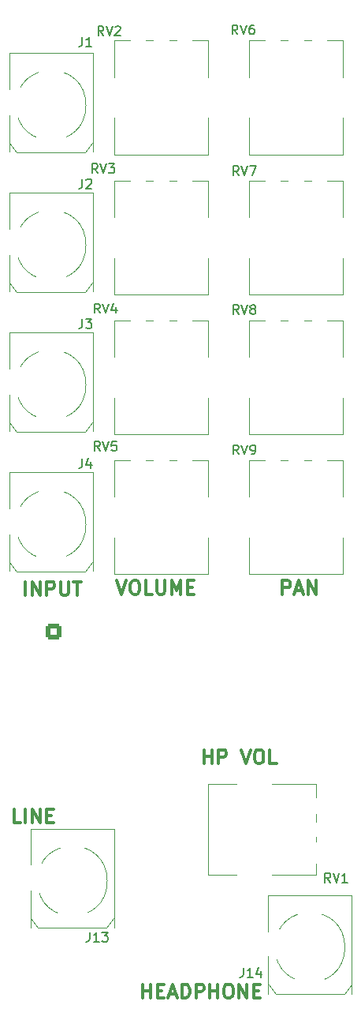
<source format=gto>
G04 #@! TF.GenerationSoftware,KiCad,Pcbnew,6.0.5-a6ca702e91~116~ubuntu22.04.1*
G04 #@! TF.CreationDate,2022-06-02T14:51:50-07:00*
G04 #@! TF.ProjectId,HEAR,48454152-2e6b-4696-9361-645f70636258,2.1*
G04 #@! TF.SameCoordinates,Original*
G04 #@! TF.FileFunction,Legend,Top*
G04 #@! TF.FilePolarity,Positive*
%FSLAX46Y46*%
G04 Gerber Fmt 4.6, Leading zero omitted, Abs format (unit mm)*
G04 Created by KiCad (PCBNEW 6.0.5-a6ca702e91~116~ubuntu22.04.1) date 2022-06-02 14:51:50*
%MOMM*%
%LPD*%
G01*
G04 APERTURE LIST*
G04 Aperture macros list*
%AMRoundRect*
0 Rectangle with rounded corners*
0 $1 Rounding radius*
0 $2 $3 $4 $5 $6 $7 $8 $9 X,Y pos of 4 corners*
0 Add a 4 corners polygon primitive as box body*
4,1,4,$2,$3,$4,$5,$6,$7,$8,$9,$2,$3,0*
0 Add four circle primitives for the rounded corners*
1,1,$1+$1,$2,$3*
1,1,$1+$1,$4,$5*
1,1,$1+$1,$6,$7*
1,1,$1+$1,$8,$9*
0 Add four rect primitives between the rounded corners*
20,1,$1+$1,$2,$3,$4,$5,0*
20,1,$1+$1,$4,$5,$6,$7,0*
20,1,$1+$1,$6,$7,$8,$9,0*
20,1,$1+$1,$8,$9,$2,$3,0*%
G04 Aperture macros list end*
%ADD10C,0.300000*%
%ADD11C,0.150000*%
%ADD12C,0.120000*%
%ADD13O,3.300000X2.000000*%
%ADD14O,2.000000X3.300000*%
%ADD15C,4.000000*%
%ADD16C,1.800000*%
%ADD17O,3.240000X2.720000*%
%ADD18R,1.800000X1.800000*%
%ADD19RoundRect,0.250000X-0.600000X0.600000X-0.600000X-0.600000X0.600000X-0.600000X0.600000X0.600000X0*%
%ADD20C,1.700000*%
%ADD21R,1.700000X1.700000*%
%ADD22O,1.700000X1.700000*%
%ADD23C,1.600000*%
%ADD24O,1.600000X1.600000*%
G04 APERTURE END LIST*
D10*
X16422857Y-112184571D02*
X15708571Y-112184571D01*
X15708571Y-110684571D01*
X16922857Y-112184571D02*
X16922857Y-110684571D01*
X17637142Y-112184571D02*
X17637142Y-110684571D01*
X18494285Y-112184571D01*
X18494285Y-110684571D01*
X19208571Y-111398857D02*
X19708571Y-111398857D01*
X19922857Y-112184571D02*
X19208571Y-112184571D01*
X19208571Y-110684571D01*
X19922857Y-110684571D01*
X26773714Y-86173571D02*
X27273714Y-87673571D01*
X27773714Y-86173571D01*
X28559428Y-86173571D02*
X28845142Y-86173571D01*
X28988000Y-86245000D01*
X29130857Y-86387857D01*
X29202285Y-86673571D01*
X29202285Y-87173571D01*
X29130857Y-87459285D01*
X28988000Y-87602142D01*
X28845142Y-87673571D01*
X28559428Y-87673571D01*
X28416571Y-87602142D01*
X28273714Y-87459285D01*
X28202285Y-87173571D01*
X28202285Y-86673571D01*
X28273714Y-86387857D01*
X28416571Y-86245000D01*
X28559428Y-86173571D01*
X30559428Y-87673571D02*
X29845142Y-87673571D01*
X29845142Y-86173571D01*
X31059428Y-86173571D02*
X31059428Y-87387857D01*
X31130857Y-87530714D01*
X31202285Y-87602142D01*
X31345142Y-87673571D01*
X31630857Y-87673571D01*
X31773714Y-87602142D01*
X31845142Y-87530714D01*
X31916571Y-87387857D01*
X31916571Y-86173571D01*
X32630857Y-87673571D02*
X32630857Y-86173571D01*
X33130857Y-87245000D01*
X33630857Y-86173571D01*
X33630857Y-87673571D01*
X34345142Y-86887857D02*
X34845142Y-86887857D01*
X35059428Y-87673571D02*
X34345142Y-87673571D01*
X34345142Y-86173571D01*
X35059428Y-86173571D01*
X36092285Y-105834571D02*
X36092285Y-104334571D01*
X36092285Y-105048857D02*
X36949428Y-105048857D01*
X36949428Y-105834571D02*
X36949428Y-104334571D01*
X37663714Y-105834571D02*
X37663714Y-104334571D01*
X38235142Y-104334571D01*
X38378000Y-104406000D01*
X38449428Y-104477428D01*
X38520857Y-104620285D01*
X38520857Y-104834571D01*
X38449428Y-104977428D01*
X38378000Y-105048857D01*
X38235142Y-105120285D01*
X37663714Y-105120285D01*
X40092285Y-104334571D02*
X40592285Y-105834571D01*
X41092285Y-104334571D01*
X41878000Y-104334571D02*
X42163714Y-104334571D01*
X42306571Y-104406000D01*
X42449428Y-104548857D01*
X42520857Y-104834571D01*
X42520857Y-105334571D01*
X42449428Y-105620285D01*
X42306571Y-105763142D01*
X42163714Y-105834571D01*
X41878000Y-105834571D01*
X41735142Y-105763142D01*
X41592285Y-105620285D01*
X41520857Y-105334571D01*
X41520857Y-104834571D01*
X41592285Y-104548857D01*
X41735142Y-104406000D01*
X41878000Y-104334571D01*
X43878000Y-105834571D02*
X43163714Y-105834571D01*
X43163714Y-104334571D01*
X29528285Y-130980571D02*
X29528285Y-129480571D01*
X29528285Y-130194857D02*
X30385428Y-130194857D01*
X30385428Y-130980571D02*
X30385428Y-129480571D01*
X31099714Y-130194857D02*
X31599714Y-130194857D01*
X31814000Y-130980571D02*
X31099714Y-130980571D01*
X31099714Y-129480571D01*
X31814000Y-129480571D01*
X32385428Y-130552000D02*
X33099714Y-130552000D01*
X32242571Y-130980571D02*
X32742571Y-129480571D01*
X33242571Y-130980571D01*
X33742571Y-130980571D02*
X33742571Y-129480571D01*
X34099714Y-129480571D01*
X34314000Y-129552000D01*
X34456857Y-129694857D01*
X34528285Y-129837714D01*
X34599714Y-130123428D01*
X34599714Y-130337714D01*
X34528285Y-130623428D01*
X34456857Y-130766285D01*
X34314000Y-130909142D01*
X34099714Y-130980571D01*
X33742571Y-130980571D01*
X35242571Y-130980571D02*
X35242571Y-129480571D01*
X35814000Y-129480571D01*
X35956857Y-129552000D01*
X36028285Y-129623428D01*
X36099714Y-129766285D01*
X36099714Y-129980571D01*
X36028285Y-130123428D01*
X35956857Y-130194857D01*
X35814000Y-130266285D01*
X35242571Y-130266285D01*
X36742571Y-130980571D02*
X36742571Y-129480571D01*
X36742571Y-130194857D02*
X37599714Y-130194857D01*
X37599714Y-130980571D02*
X37599714Y-129480571D01*
X38599714Y-129480571D02*
X38885428Y-129480571D01*
X39028285Y-129552000D01*
X39171142Y-129694857D01*
X39242571Y-129980571D01*
X39242571Y-130480571D01*
X39171142Y-130766285D01*
X39028285Y-130909142D01*
X38885428Y-130980571D01*
X38599714Y-130980571D01*
X38456857Y-130909142D01*
X38314000Y-130766285D01*
X38242571Y-130480571D01*
X38242571Y-129980571D01*
X38314000Y-129694857D01*
X38456857Y-129552000D01*
X38599714Y-129480571D01*
X39885428Y-130980571D02*
X39885428Y-129480571D01*
X40742571Y-130980571D01*
X40742571Y-129480571D01*
X41456857Y-130194857D02*
X41956857Y-130194857D01*
X42171142Y-130980571D02*
X41456857Y-130980571D01*
X41456857Y-129480571D01*
X42171142Y-129480571D01*
X44533571Y-87673571D02*
X44533571Y-86173571D01*
X45105000Y-86173571D01*
X45247857Y-86245000D01*
X45319285Y-86316428D01*
X45390714Y-86459285D01*
X45390714Y-86673571D01*
X45319285Y-86816428D01*
X45247857Y-86887857D01*
X45105000Y-86959285D01*
X44533571Y-86959285D01*
X45962142Y-87245000D02*
X46676428Y-87245000D01*
X45819285Y-87673571D02*
X46319285Y-86173571D01*
X46819285Y-87673571D01*
X47319285Y-87673571D02*
X47319285Y-86173571D01*
X48176428Y-87673571D01*
X48176428Y-86173571D01*
X16919142Y-87800571D02*
X16919142Y-86300571D01*
X17633428Y-87800571D02*
X17633428Y-86300571D01*
X18490571Y-87800571D01*
X18490571Y-86300571D01*
X19204857Y-87800571D02*
X19204857Y-86300571D01*
X19776285Y-86300571D01*
X19919142Y-86372000D01*
X19990571Y-86443428D01*
X20062000Y-86586285D01*
X20062000Y-86800571D01*
X19990571Y-86943428D01*
X19919142Y-87014857D01*
X19776285Y-87086285D01*
X19204857Y-87086285D01*
X20704857Y-86300571D02*
X20704857Y-87514857D01*
X20776285Y-87657714D01*
X20847714Y-87729142D01*
X20990571Y-87800571D01*
X21276285Y-87800571D01*
X21419142Y-87729142D01*
X21490571Y-87657714D01*
X21562000Y-87514857D01*
X21562000Y-86300571D01*
X22062000Y-86300571D02*
X22919142Y-86300571D01*
X22490571Y-87800571D02*
X22490571Y-86300571D01*
D11*
X23034666Y-43140380D02*
X23034666Y-43854666D01*
X22987047Y-43997523D01*
X22891809Y-44092761D01*
X22748952Y-44140380D01*
X22653714Y-44140380D01*
X23463238Y-43235619D02*
X23510857Y-43188000D01*
X23606095Y-43140380D01*
X23844190Y-43140380D01*
X23939428Y-43188000D01*
X23987047Y-43235619D01*
X24034666Y-43330857D01*
X24034666Y-43426095D01*
X23987047Y-43568952D01*
X23415619Y-44140380D01*
X24034666Y-44140380D01*
X39842761Y-72643380D02*
X39509428Y-72167190D01*
X39271333Y-72643380D02*
X39271333Y-71643380D01*
X39652285Y-71643380D01*
X39747523Y-71691000D01*
X39795142Y-71738619D01*
X39842761Y-71833857D01*
X39842761Y-71976714D01*
X39795142Y-72071952D01*
X39747523Y-72119571D01*
X39652285Y-72167190D01*
X39271333Y-72167190D01*
X40128476Y-71643380D02*
X40461809Y-72643380D01*
X40795142Y-71643380D01*
X41176095Y-72643380D02*
X41366571Y-72643380D01*
X41461809Y-72595761D01*
X41509428Y-72548142D01*
X41604666Y-72405285D01*
X41652285Y-72214809D01*
X41652285Y-71833857D01*
X41604666Y-71738619D01*
X41557047Y-71691000D01*
X41461809Y-71643380D01*
X41271333Y-71643380D01*
X41176095Y-71691000D01*
X41128476Y-71738619D01*
X41080857Y-71833857D01*
X41080857Y-72071952D01*
X41128476Y-72167190D01*
X41176095Y-72214809D01*
X41271333Y-72262428D01*
X41461809Y-72262428D01*
X41557047Y-72214809D01*
X41604666Y-72167190D01*
X41652285Y-72071952D01*
X23034666Y-27900380D02*
X23034666Y-28614666D01*
X22987047Y-28757523D01*
X22891809Y-28852761D01*
X22748952Y-28900380D01*
X22653714Y-28900380D01*
X24034666Y-28900380D02*
X23463238Y-28900380D01*
X23748952Y-28900380D02*
X23748952Y-27900380D01*
X23653714Y-28043238D01*
X23558476Y-28138476D01*
X23463238Y-28186095D01*
X23034666Y-58126380D02*
X23034666Y-58840666D01*
X22987047Y-58983523D01*
X22891809Y-59078761D01*
X22748952Y-59126380D01*
X22653714Y-59126380D01*
X23415619Y-58126380D02*
X24034666Y-58126380D01*
X23701333Y-58507333D01*
X23844190Y-58507333D01*
X23939428Y-58554952D01*
X23987047Y-58602571D01*
X24034666Y-58697809D01*
X24034666Y-58935904D01*
X23987047Y-59031142D01*
X23939428Y-59078761D01*
X23844190Y-59126380D01*
X23558476Y-59126380D01*
X23463238Y-59078761D01*
X23415619Y-59031142D01*
X25320761Y-27728380D02*
X24987428Y-27252190D01*
X24749333Y-27728380D02*
X24749333Y-26728380D01*
X25130285Y-26728380D01*
X25225523Y-26776000D01*
X25273142Y-26823619D01*
X25320761Y-26918857D01*
X25320761Y-27061714D01*
X25273142Y-27156952D01*
X25225523Y-27204571D01*
X25130285Y-27252190D01*
X24749333Y-27252190D01*
X25606476Y-26728380D02*
X25939809Y-27728380D01*
X26273142Y-26728380D01*
X26558857Y-26823619D02*
X26606476Y-26776000D01*
X26701714Y-26728380D01*
X26939809Y-26728380D01*
X27035047Y-26776000D01*
X27082666Y-26823619D01*
X27130285Y-26918857D01*
X27130285Y-27014095D01*
X27082666Y-27156952D01*
X26511238Y-27728380D01*
X27130285Y-27728380D01*
X39842761Y-42742380D02*
X39509428Y-42266190D01*
X39271333Y-42742380D02*
X39271333Y-41742380D01*
X39652285Y-41742380D01*
X39747523Y-41790000D01*
X39795142Y-41837619D01*
X39842761Y-41932857D01*
X39842761Y-42075714D01*
X39795142Y-42170952D01*
X39747523Y-42218571D01*
X39652285Y-42266190D01*
X39271333Y-42266190D01*
X40128476Y-41742380D02*
X40461809Y-42742380D01*
X40795142Y-41742380D01*
X41033238Y-41742380D02*
X41699904Y-41742380D01*
X41271333Y-42742380D01*
X39842761Y-57629380D02*
X39509428Y-57153190D01*
X39271333Y-57629380D02*
X39271333Y-56629380D01*
X39652285Y-56629380D01*
X39747523Y-56677000D01*
X39795142Y-56724619D01*
X39842761Y-56819857D01*
X39842761Y-56962714D01*
X39795142Y-57057952D01*
X39747523Y-57105571D01*
X39652285Y-57153190D01*
X39271333Y-57153190D01*
X40128476Y-56629380D02*
X40461809Y-57629380D01*
X40795142Y-56629380D01*
X41271333Y-57057952D02*
X41176095Y-57010333D01*
X41128476Y-56962714D01*
X41080857Y-56867476D01*
X41080857Y-56819857D01*
X41128476Y-56724619D01*
X41176095Y-56677000D01*
X41271333Y-56629380D01*
X41461809Y-56629380D01*
X41557047Y-56677000D01*
X41604666Y-56724619D01*
X41652285Y-56819857D01*
X41652285Y-56867476D01*
X41604666Y-56962714D01*
X41557047Y-57010333D01*
X41461809Y-57057952D01*
X41271333Y-57057952D01*
X41176095Y-57105571D01*
X41128476Y-57153190D01*
X41080857Y-57248428D01*
X41080857Y-57438904D01*
X41128476Y-57534142D01*
X41176095Y-57581761D01*
X41271333Y-57629380D01*
X41461809Y-57629380D01*
X41557047Y-57581761D01*
X41604666Y-57534142D01*
X41652285Y-57438904D01*
X41652285Y-57248428D01*
X41604666Y-57153190D01*
X41557047Y-57105571D01*
X41461809Y-57057952D01*
X49696761Y-118562380D02*
X49363428Y-118086190D01*
X49125333Y-118562380D02*
X49125333Y-117562380D01*
X49506285Y-117562380D01*
X49601523Y-117610000D01*
X49649142Y-117657619D01*
X49696761Y-117752857D01*
X49696761Y-117895714D01*
X49649142Y-117990952D01*
X49601523Y-118038571D01*
X49506285Y-118086190D01*
X49125333Y-118086190D01*
X49982476Y-117562380D02*
X50315809Y-118562380D01*
X50649142Y-117562380D01*
X51506285Y-118562380D02*
X50934857Y-118562380D01*
X51220571Y-118562380D02*
X51220571Y-117562380D01*
X51125333Y-117705238D01*
X51030095Y-117800476D01*
X50934857Y-117848095D01*
X24939761Y-57502380D02*
X24606428Y-57026190D01*
X24368333Y-57502380D02*
X24368333Y-56502380D01*
X24749285Y-56502380D01*
X24844523Y-56550000D01*
X24892142Y-56597619D01*
X24939761Y-56692857D01*
X24939761Y-56835714D01*
X24892142Y-56930952D01*
X24844523Y-56978571D01*
X24749285Y-57026190D01*
X24368333Y-57026190D01*
X25225476Y-56502380D02*
X25558809Y-57502380D01*
X25892142Y-56502380D01*
X26654047Y-56835714D02*
X26654047Y-57502380D01*
X26415952Y-56454761D02*
X26177857Y-57169047D01*
X26796904Y-57169047D01*
X23828476Y-123912380D02*
X23828476Y-124626666D01*
X23780857Y-124769523D01*
X23685619Y-124864761D01*
X23542761Y-124912380D01*
X23447523Y-124912380D01*
X24828476Y-124912380D02*
X24257047Y-124912380D01*
X24542761Y-124912380D02*
X24542761Y-123912380D01*
X24447523Y-124055238D01*
X24352285Y-124150476D01*
X24257047Y-124198095D01*
X25161809Y-123912380D02*
X25780857Y-123912380D01*
X25447523Y-124293333D01*
X25590380Y-124293333D01*
X25685619Y-124340952D01*
X25733238Y-124388571D01*
X25780857Y-124483809D01*
X25780857Y-124721904D01*
X25733238Y-124817142D01*
X25685619Y-124864761D01*
X25590380Y-124912380D01*
X25304666Y-124912380D01*
X25209428Y-124864761D01*
X25161809Y-124817142D01*
X24685761Y-42488380D02*
X24352428Y-42012190D01*
X24114333Y-42488380D02*
X24114333Y-41488380D01*
X24495285Y-41488380D01*
X24590523Y-41536000D01*
X24638142Y-41583619D01*
X24685761Y-41678857D01*
X24685761Y-41821714D01*
X24638142Y-41916952D01*
X24590523Y-41964571D01*
X24495285Y-42012190D01*
X24114333Y-42012190D01*
X24971476Y-41488380D02*
X25304809Y-42488380D01*
X25638142Y-41488380D01*
X25876238Y-41488380D02*
X26495285Y-41488380D01*
X26161952Y-41869333D01*
X26304809Y-41869333D01*
X26400047Y-41916952D01*
X26447666Y-41964571D01*
X26495285Y-42059809D01*
X26495285Y-42297904D01*
X26447666Y-42393142D01*
X26400047Y-42440761D01*
X26304809Y-42488380D01*
X26019095Y-42488380D01*
X25923857Y-42440761D01*
X25876238Y-42393142D01*
X24939761Y-72262380D02*
X24606428Y-71786190D01*
X24368333Y-72262380D02*
X24368333Y-71262380D01*
X24749285Y-71262380D01*
X24844523Y-71310000D01*
X24892142Y-71357619D01*
X24939761Y-71452857D01*
X24939761Y-71595714D01*
X24892142Y-71690952D01*
X24844523Y-71738571D01*
X24749285Y-71786190D01*
X24368333Y-71786190D01*
X25225476Y-71262380D02*
X25558809Y-72262380D01*
X25892142Y-71262380D01*
X26701666Y-71262380D02*
X26225476Y-71262380D01*
X26177857Y-71738571D01*
X26225476Y-71690952D01*
X26320714Y-71643333D01*
X26558809Y-71643333D01*
X26654047Y-71690952D01*
X26701666Y-71738571D01*
X26749285Y-71833809D01*
X26749285Y-72071904D01*
X26701666Y-72167142D01*
X26654047Y-72214761D01*
X26558809Y-72262380D01*
X26320714Y-72262380D01*
X26225476Y-72214761D01*
X26177857Y-72167142D01*
X39715761Y-27601380D02*
X39382428Y-27125190D01*
X39144333Y-27601380D02*
X39144333Y-26601380D01*
X39525285Y-26601380D01*
X39620523Y-26649000D01*
X39668142Y-26696619D01*
X39715761Y-26791857D01*
X39715761Y-26934714D01*
X39668142Y-27029952D01*
X39620523Y-27077571D01*
X39525285Y-27125190D01*
X39144333Y-27125190D01*
X40001476Y-26601380D02*
X40334809Y-27601380D01*
X40668142Y-26601380D01*
X41430047Y-26601380D02*
X41239571Y-26601380D01*
X41144333Y-26649000D01*
X41096714Y-26696619D01*
X41001476Y-26839476D01*
X40953857Y-27029952D01*
X40953857Y-27410904D01*
X41001476Y-27506142D01*
X41049095Y-27553761D01*
X41144333Y-27601380D01*
X41334809Y-27601380D01*
X41430047Y-27553761D01*
X41477666Y-27506142D01*
X41525285Y-27410904D01*
X41525285Y-27172809D01*
X41477666Y-27077571D01*
X41430047Y-27029952D01*
X41334809Y-26982333D01*
X41144333Y-26982333D01*
X41049095Y-27029952D01*
X41001476Y-27077571D01*
X40953857Y-27172809D01*
X23034666Y-73112380D02*
X23034666Y-73826666D01*
X22987047Y-73969523D01*
X22891809Y-74064761D01*
X22748952Y-74112380D01*
X22653714Y-74112380D01*
X23939428Y-73445714D02*
X23939428Y-74112380D01*
X23701333Y-73064761D02*
X23463238Y-73779047D01*
X24082285Y-73779047D01*
X40338476Y-127722380D02*
X40338476Y-128436666D01*
X40290857Y-128579523D01*
X40195619Y-128674761D01*
X40052761Y-128722380D01*
X39957523Y-128722380D01*
X41338476Y-128722380D02*
X40767047Y-128722380D01*
X41052761Y-128722380D02*
X41052761Y-127722380D01*
X40957523Y-127865238D01*
X40862285Y-127960476D01*
X40767047Y-128008095D01*
X42195619Y-128055714D02*
X42195619Y-128722380D01*
X41957523Y-127674761D02*
X41719428Y-128389047D01*
X42338476Y-128389047D01*
D12*
X24185000Y-44611000D02*
X24185000Y-55211000D01*
X15185000Y-55211000D02*
X15185000Y-44611000D01*
X24130000Y-54229000D02*
X23368000Y-55245000D01*
X15240000Y-54229000D02*
X16002000Y-55245000D01*
X23368000Y-55245000D02*
X16002000Y-55245000D01*
X15185000Y-44611000D02*
X24185000Y-44611000D01*
X23435000Y-50211000D02*
G75*
G03*
X23435000Y-50211000I-3750000J0D01*
G01*
X40980000Y-73280000D02*
X40980000Y-77217000D01*
X47629000Y-73280000D02*
X46870000Y-73280000D01*
X45129000Y-73280000D02*
X44370000Y-73280000D01*
X51021000Y-85520000D02*
X40980000Y-85520000D01*
X40980000Y-81584000D02*
X40980000Y-85520000D01*
X51021000Y-73280000D02*
X49371000Y-73280000D01*
X42630000Y-73280000D02*
X40980000Y-73280000D01*
X51021000Y-81584000D02*
X51021000Y-85520000D01*
X51021000Y-73280000D02*
X51021000Y-77217000D01*
X15185000Y-40225000D02*
X15185000Y-29625000D01*
X23368000Y-40259000D02*
X16002000Y-40259000D01*
X15240000Y-39243000D02*
X16002000Y-40259000D01*
X24130000Y-39243000D02*
X23368000Y-40259000D01*
X24185000Y-29625000D02*
X24185000Y-40225000D01*
X15185000Y-29625000D02*
X24185000Y-29625000D01*
X23435000Y-35225000D02*
G75*
G03*
X23435000Y-35225000I-3750000J0D01*
G01*
X15185000Y-70197000D02*
X15185000Y-59597000D01*
X15185000Y-59597000D02*
X24185000Y-59597000D01*
X24185000Y-59597000D02*
X24185000Y-70197000D01*
X24130000Y-69215000D02*
X23368000Y-70231000D01*
X23368000Y-70231000D02*
X16002000Y-70231000D01*
X15240000Y-69215000D02*
X16002000Y-70231000D01*
X23435000Y-65197000D02*
G75*
G03*
X23435000Y-65197000I-3750000J0D01*
G01*
X28130000Y-28280000D02*
X26480000Y-28280000D01*
X36521000Y-28280000D02*
X36521000Y-32217000D01*
X26480000Y-28280000D02*
X26480000Y-32217000D01*
X26480000Y-36584000D02*
X26480000Y-40520000D01*
X36521000Y-36584000D02*
X36521000Y-40520000D01*
X36521000Y-40520000D02*
X26480000Y-40520000D01*
X36521000Y-28280000D02*
X34871000Y-28280000D01*
X30629000Y-28280000D02*
X29870000Y-28280000D01*
X33129000Y-28280000D02*
X32370000Y-28280000D01*
X51021000Y-55520000D02*
X40980000Y-55520000D01*
X51021000Y-43280000D02*
X49371000Y-43280000D01*
X40980000Y-51584000D02*
X40980000Y-55520000D01*
X45129000Y-43280000D02*
X44370000Y-43280000D01*
X51021000Y-43280000D02*
X51021000Y-47217000D01*
X42630000Y-43280000D02*
X40980000Y-43280000D01*
X40980000Y-43280000D02*
X40980000Y-47217000D01*
X47629000Y-43280000D02*
X46870000Y-43280000D01*
X51021000Y-51584000D02*
X51021000Y-55520000D01*
X42630000Y-58280000D02*
X40980000Y-58280000D01*
X51021000Y-70520000D02*
X40980000Y-70520000D01*
X51021000Y-58280000D02*
X49371000Y-58280000D01*
X51021000Y-66584000D02*
X51021000Y-70520000D01*
X45129000Y-58280000D02*
X44370000Y-58280000D01*
X40980000Y-66584000D02*
X40980000Y-70520000D01*
X47629000Y-58280000D02*
X46870000Y-58280000D01*
X51021000Y-58280000D02*
X51021000Y-62217000D01*
X40980000Y-58280000D02*
X40980000Y-62217000D01*
X48123600Y-107996800D02*
X43403600Y-107996800D01*
X48123600Y-117736800D02*
X43403600Y-117736800D01*
X39593600Y-107996800D02*
X36533600Y-107996800D01*
X48123600Y-116556800D02*
X48123600Y-117736800D01*
X48123600Y-111206800D02*
X48123600Y-112036800D01*
X36533600Y-107996800D02*
X36533600Y-117736800D01*
X48123600Y-113656800D02*
X48123600Y-114186800D01*
X48123600Y-107996800D02*
X48123600Y-109486800D01*
X39593600Y-117736800D02*
X36533600Y-117736800D01*
X36521000Y-58280000D02*
X34871000Y-58280000D01*
X26480000Y-66584000D02*
X26480000Y-70520000D01*
X36521000Y-58280000D02*
X36521000Y-62217000D01*
X26480000Y-58280000D02*
X26480000Y-62217000D01*
X36521000Y-66584000D02*
X36521000Y-70520000D01*
X36521000Y-70520000D02*
X26480000Y-70520000D01*
X30629000Y-58280000D02*
X29870000Y-58280000D01*
X33129000Y-58280000D02*
X32370000Y-58280000D01*
X28130000Y-58280000D02*
X26480000Y-58280000D01*
X26416000Y-122428000D02*
X25654000Y-123444000D01*
X26471000Y-112810000D02*
X26471000Y-123410000D01*
X17471000Y-123410000D02*
X17471000Y-112810000D01*
X17526000Y-122428000D02*
X18288000Y-123444000D01*
X17471000Y-112810000D02*
X26471000Y-112810000D01*
X25654000Y-123444000D02*
X18288000Y-123444000D01*
X25721000Y-118410000D02*
G75*
G03*
X25721000Y-118410000I-3750000J0D01*
G01*
X26480000Y-43280000D02*
X26480000Y-47217000D01*
X36521000Y-55520000D02*
X26480000Y-55520000D01*
X26480000Y-51584000D02*
X26480000Y-55520000D01*
X33129000Y-43280000D02*
X32370000Y-43280000D01*
X30629000Y-43280000D02*
X29870000Y-43280000D01*
X36521000Y-51584000D02*
X36521000Y-55520000D01*
X36521000Y-43280000D02*
X36521000Y-47217000D01*
X36521000Y-43280000D02*
X34871000Y-43280000D01*
X28130000Y-43280000D02*
X26480000Y-43280000D01*
X26480000Y-73280000D02*
X26480000Y-77217000D01*
X36521000Y-73280000D02*
X36521000Y-77217000D01*
X36521000Y-81584000D02*
X36521000Y-85520000D01*
X36521000Y-85520000D02*
X26480000Y-85520000D01*
X33129000Y-73280000D02*
X32370000Y-73280000D01*
X28130000Y-73280000D02*
X26480000Y-73280000D01*
X30629000Y-73280000D02*
X29870000Y-73280000D01*
X36521000Y-73280000D02*
X34871000Y-73280000D01*
X26480000Y-81584000D02*
X26480000Y-85520000D01*
X51021000Y-36584000D02*
X51021000Y-40520000D01*
X47629000Y-28280000D02*
X46870000Y-28280000D01*
X51021000Y-40520000D02*
X40980000Y-40520000D01*
X51021000Y-28280000D02*
X49371000Y-28280000D01*
X40980000Y-36584000D02*
X40980000Y-40520000D01*
X51021000Y-28280000D02*
X51021000Y-32217000D01*
X40980000Y-28280000D02*
X40980000Y-32217000D01*
X45129000Y-28280000D02*
X44370000Y-28280000D01*
X42630000Y-28280000D02*
X40980000Y-28280000D01*
X24130000Y-84201000D02*
X23368000Y-85217000D01*
X24185000Y-74583000D02*
X24185000Y-85183000D01*
X23368000Y-85217000D02*
X16002000Y-85217000D01*
X15185000Y-85183000D02*
X15185000Y-74583000D01*
X15185000Y-74583000D02*
X24185000Y-74583000D01*
X15240000Y-84201000D02*
X16002000Y-85217000D01*
X23435000Y-80183000D02*
G75*
G03*
X23435000Y-80183000I-3750000J0D01*
G01*
X51181000Y-130556000D02*
X43815000Y-130556000D01*
X43053000Y-129540000D02*
X43815000Y-130556000D01*
X42998000Y-130522000D02*
X42998000Y-119922000D01*
X51998000Y-119922000D02*
X51998000Y-130522000D01*
X42998000Y-119922000D02*
X51998000Y-119922000D01*
X51943000Y-129540000D02*
X51181000Y-130556000D01*
X51248000Y-125522000D02*
G75*
G03*
X51248000Y-125522000I-3750000J0D01*
G01*
%LPC*%
D13*
X19685000Y-53911000D03*
D14*
X15985000Y-49911000D03*
D13*
X19685000Y-45911000D03*
D15*
X41600000Y-79400000D03*
X50400000Y-79400000D03*
D16*
X43500000Y-72400000D03*
X46000000Y-72400000D03*
X48500000Y-72400000D03*
D13*
X19685000Y-38925000D03*
D14*
X15985000Y-34925000D03*
D13*
X19685000Y-30925000D03*
X19685000Y-68897000D03*
D14*
X15985000Y-64897000D03*
D13*
X19685000Y-60897000D03*
D15*
X27100000Y-34400000D03*
X35900000Y-34400000D03*
D16*
X29000000Y-27400000D03*
X31500000Y-27400000D03*
X34000000Y-27400000D03*
D15*
X41600000Y-49400000D03*
X50400000Y-49400000D03*
D16*
X43500000Y-42400000D03*
X46000000Y-42400000D03*
X48500000Y-42400000D03*
D15*
X50400000Y-64400000D03*
X41600000Y-64400000D03*
D16*
X43500000Y-57400000D03*
X46000000Y-57400000D03*
X48500000Y-57400000D03*
D17*
X41503600Y-117616800D03*
X41503600Y-108116800D03*
D18*
X49003600Y-115366800D03*
D16*
X49003600Y-112866800D03*
X49003600Y-110366800D03*
X51503600Y-115366800D03*
X51503600Y-112866800D03*
X51503600Y-110366800D03*
D15*
X35900000Y-64400000D03*
X27100000Y-64400000D03*
D16*
X29000000Y-57400000D03*
X31500000Y-57400000D03*
X34000000Y-57400000D03*
D13*
X21971000Y-122110000D03*
D14*
X18271000Y-118110000D03*
D13*
X21971000Y-114110000D03*
D15*
X27100000Y-49400000D03*
X35900000Y-49400000D03*
D16*
X29000000Y-42400000D03*
X31500000Y-42400000D03*
X34000000Y-42400000D03*
D15*
X27100000Y-79400000D03*
X35900000Y-79400000D03*
D16*
X29000000Y-72400000D03*
X31500000Y-72400000D03*
X34000000Y-72400000D03*
D15*
X50400000Y-34400000D03*
X41600000Y-34400000D03*
D16*
X43500000Y-27400000D03*
X46000000Y-27400000D03*
X48500000Y-27400000D03*
D13*
X19685000Y-83883000D03*
D14*
X15985000Y-79883000D03*
D13*
X19685000Y-75883000D03*
X47498000Y-129222000D03*
D14*
X43798000Y-125222000D03*
D13*
X47498000Y-121222000D03*
D19*
X19964400Y-91694000D03*
D20*
X19964400Y-94234000D03*
X22504400Y-91694000D03*
X22504400Y-94234000D03*
X25044400Y-91694000D03*
X25044400Y-94234000D03*
X27584400Y-91694000D03*
X27584400Y-94234000D03*
X30124400Y-91694000D03*
X30124400Y-94234000D03*
D21*
X44704000Y-94615000D03*
D22*
X47244000Y-94615000D03*
X49784000Y-94615000D03*
D23*
X46482000Y-105918000D03*
D24*
X49022000Y-105918000D03*
D21*
X44719000Y-89408000D03*
D22*
X47259000Y-89408000D03*
X49799000Y-89408000D03*
D23*
X49559000Y-99060000D03*
D24*
X47019000Y-99060000D03*
M02*

</source>
